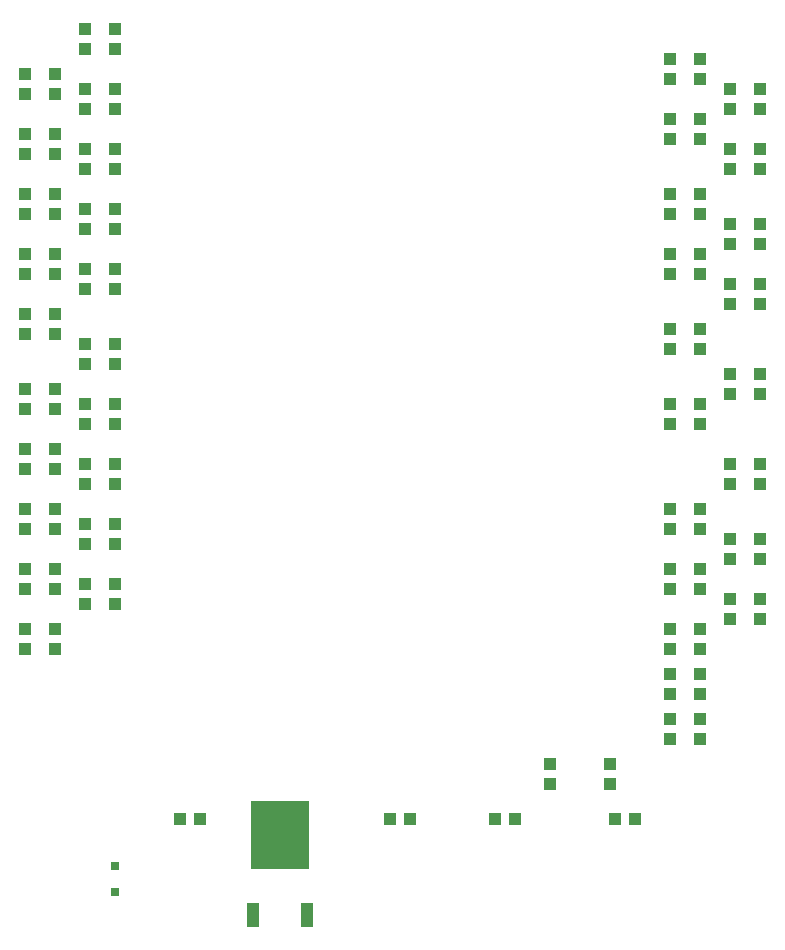
<source format=gbr>
G04 EAGLE Gerber RS-274X export*
G75*
%MOMM*%
%FSLAX34Y34*%
%LPD*%
%INSolderpaste Top*%
%IPPOS*%
%AMOC8*
5,1,8,0,0,1.08239X$1,22.5*%
G01*
%ADD10R,1.000000X1.100000*%
%ADD11R,1.100000X1.000000*%
%ADD12R,0.800000X0.800000*%
%ADD13R,1.000000X2.100000*%
%ADD14R,4.900000X5.850000*%


D10*
X635000Y160900D03*
X635000Y143900D03*
X736600Y448700D03*
X736600Y465700D03*
X787400Y474100D03*
X787400Y491100D03*
X736600Y512200D03*
X736600Y529200D03*
X787400Y550300D03*
X787400Y567300D03*
X736600Y575700D03*
X736600Y592700D03*
X787400Y601100D03*
X787400Y618100D03*
X736600Y626500D03*
X736600Y643500D03*
X787400Y664600D03*
X787400Y681600D03*
X736600Y690000D03*
X736600Y707000D03*
X787400Y715400D03*
X787400Y732400D03*
X736600Y182000D03*
X736600Y199000D03*
X736600Y740800D03*
X736600Y757800D03*
X266700Y766200D03*
X266700Y783200D03*
X215900Y745100D03*
X215900Y728100D03*
X266700Y715400D03*
X266700Y732400D03*
X215900Y694300D03*
X215900Y677300D03*
X266700Y664600D03*
X266700Y681600D03*
X215900Y643500D03*
X215900Y626500D03*
X266700Y613800D03*
X266700Y630800D03*
X215900Y592700D03*
X215900Y575700D03*
X266700Y563000D03*
X266700Y580000D03*
X736600Y220100D03*
X736600Y237100D03*
X215900Y524900D03*
X215900Y541900D03*
X266700Y499500D03*
X266700Y516500D03*
X215900Y478400D03*
X215900Y461400D03*
X266700Y448700D03*
X266700Y465700D03*
X215900Y427600D03*
X215900Y410600D03*
X266700Y397900D03*
X266700Y414900D03*
X215900Y376800D03*
X215900Y359800D03*
X266700Y347100D03*
X266700Y364100D03*
X215900Y326000D03*
X215900Y309000D03*
X266700Y296300D03*
X266700Y313300D03*
X736600Y258200D03*
X736600Y275200D03*
X215900Y275200D03*
X215900Y258200D03*
D11*
X707000Y114300D03*
X690000Y114300D03*
X588400Y114300D03*
X605400Y114300D03*
X321700Y114300D03*
X338700Y114300D03*
X516500Y114300D03*
X499500Y114300D03*
D10*
X787400Y283600D03*
X787400Y300600D03*
X736600Y309000D03*
X736600Y326000D03*
X787400Y334400D03*
X787400Y351400D03*
X736600Y359800D03*
X736600Y376800D03*
X787400Y397900D03*
X787400Y414900D03*
D12*
X266700Y52500D03*
X266700Y74500D03*
D13*
X383600Y32700D03*
X429200Y32700D03*
D14*
X406400Y100700D03*
D11*
X685800Y143900D03*
X685800Y160900D03*
X762000Y465700D03*
X762000Y448700D03*
X812800Y491100D03*
X812800Y474100D03*
X762000Y529200D03*
X762000Y512200D03*
X812800Y567300D03*
X812800Y550300D03*
X762000Y592700D03*
X762000Y575700D03*
X812800Y618100D03*
X812800Y601100D03*
X762000Y643500D03*
X762000Y626500D03*
X812800Y681600D03*
X812800Y664600D03*
X762000Y707000D03*
X762000Y690000D03*
X812800Y732400D03*
X812800Y715400D03*
X762000Y199000D03*
X762000Y182000D03*
X762000Y757800D03*
X762000Y740800D03*
X241300Y783200D03*
X241300Y766200D03*
X190500Y728100D03*
X190500Y745100D03*
X241300Y732400D03*
X241300Y715400D03*
X190500Y677300D03*
X190500Y694300D03*
X241300Y681600D03*
X241300Y664600D03*
X190500Y626500D03*
X190500Y643500D03*
X241300Y630800D03*
X241300Y613800D03*
X190500Y575700D03*
X190500Y592700D03*
X241300Y580000D03*
X241300Y563000D03*
X762000Y237100D03*
X762000Y220100D03*
X190500Y541900D03*
X190500Y524900D03*
X241300Y516500D03*
X241300Y499500D03*
X190500Y461400D03*
X190500Y478400D03*
X241300Y465700D03*
X241300Y448700D03*
X190500Y410600D03*
X190500Y427600D03*
X241300Y414900D03*
X241300Y397900D03*
X190500Y359800D03*
X190500Y376800D03*
X241300Y364100D03*
X241300Y347100D03*
X190500Y309000D03*
X190500Y326000D03*
X241300Y313300D03*
X241300Y296300D03*
X762000Y275200D03*
X762000Y258200D03*
X190500Y258200D03*
X190500Y275200D03*
X812800Y300600D03*
X812800Y283600D03*
X762000Y326000D03*
X762000Y309000D03*
X812800Y351400D03*
X812800Y334400D03*
X762000Y376800D03*
X762000Y359800D03*
X812800Y414900D03*
X812800Y397900D03*
M02*

</source>
